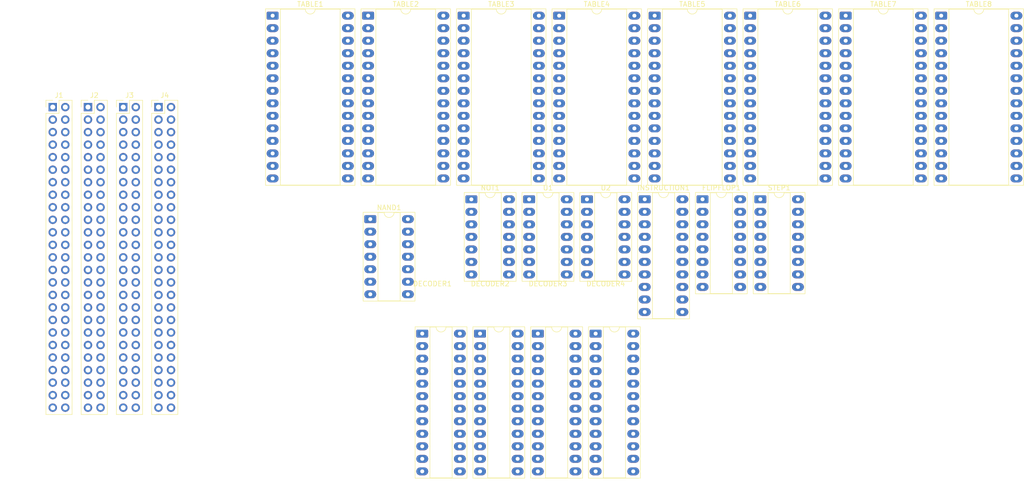
<source format=kicad_pcb>
(kicad_pcb (version 20241229) (generator "pcbnew") (generator_version "9.0")
  (layers (0 "F.Cu" signal) (2 "B.Cu" signal) (13 "F.Paste" user) (15 "B.Paste" user) (5 "F.SilkS" user "F.Silkscreen") (7 "B.SilkS" user "B.Silkscreen") (1 "F.Mask" user) (3 "B.Mask" user) (25 "Edge.Cuts" user))
  (net 0 "")
  (net 1 "Net-(FLIPFLOP1A-Q)")
  (net 3 "/~{IntDisable}")
  (net 5 "VCC")
  (net 8 "/Clk")
  (net 10 "GND")
  (net 13 "/IntEnable")
  (net 14 "/~{Reset}")
  (net 16 "Net-(FLIPFLOP1A-~{R})")
  (net 17 "/BUS2")
  (net 18 "/BUS0")
  (net 19 "/STATE7")
  (net 20 "/STATE3")
  (net 21 "/STATE5")
  (net 22 "/BUS4")
  (net 23 "/STATE2")
  (net 24 "/BUS1")
  (net 25 "/STATE0")
  (net 26 "/BUS7")
  (net 27 "/BUS5")
  (net 28 "/BUS6")
  (net 29 "/STATE1")
  (net 30 "/BUS3")
  (net 31 "/STATE4")
  (net 32 "/STATE6")
  (net 33 "Net-(NAND1-Pad10)")
  (net 34 "/Pulse")
  (net 35 "Net-(STEP1-CEP)")
  (net 36 "/~{Halt}")
  (net 37 "Net-(NAND1-Pad12)")
  (net 38 "Net-(NAND1-Pad4)")
  (net 39 "/IRQ")
  (net 40 "/STATE16")
  (net 41 "/Wait")
  (net 42 "/~{Clk}")
  (net 43 "Net-(NOT1-Pad11)")
  (net 44 "/STATE15")
  (net 45 "/Reset")
  (net 46 "/~{TemporaryHighReader}")
  (net 47 "/~{AccumReader}")
  (net 48 "Net-(DECODER2-E1)")
  (net 49 "/~{AccumWriter}")
  (net 50 "/~{TemporaryHighWriter}")
  (net 51 "Net-(DECODER4-E1)")
  (net 52 "/~{ALUWriter}")
  (net 53 "/Halt")
  (net 54 "Net-(DECODER1-E1)")
  (net 55 "/ALUS0")
  (net 56 "/AddrInc")
  (net 57 "Net-(DECODER3-E1)")
  (net 58 "/STATE11")
  (net 60 "/STATE12")
  (net 61 "/STATE14")
  (net 62 "/~{SCClear}")
  (net 63 "/STATE13")
  (net 64 "/~{ALUCarryIn}")
  (net 65 "/STATE8")
  (net 66 "/AccumShiftLeft")
  (net 67 "/~{PCHighReader}")
  (net 68 "Net-(DECODER1-A3)")
  (net 69 "Net-(DECODER1-A2)")
  (net 70 "Net-(DECODER1-A0)")
  (net 71 "Net-(DECODER1-A1)")
  (net 72 "/STATE9")
  (net 73 "/STATE10")
  (net 74 "Net-(DECODER3-A1)")
  (net 75 "Net-(DECODER3-A0)")
  (net 76 "Net-(DECODER3-A3)")
  (net 77 "/~{MemoryReader}")
  (net 78 "Net-(DECODER3-A2)")
  (net 79 "/AccumShiftRight")
  (net 80 "/~{ALUCarryOut}")
  (net 81 "/~{YHReader}")
  (net 82 "/~{YLReader}")
  (net 83 "/ALUM")
  (net 84 "/AddrDec")
  (net 85 "/ALUSignOut")
  (net 86 "/ALUS2")
  (net 88 "/~{SPLowReader}")
  (net 92 "/~{FlagsReader}")
  (net 93 "/~{TemporaryLowReader}")
  (net 94 "/~{XHReader}")
  (net 95 "/~{InstructionReader}")
  (net 96 "/~{SPHighReader}")
  (net 97 "/~{ZHReader}")
  (net 98 "/~{ZLReader}")
  (net 99 "/~{PCLowReader}")
  (net 100 "/~{AddressHighReader}")
  (net 101 "/~{AddressLowReader}")
  (net 102 "/ALUS1")
  (net 103 "/~{YHWriter}")
  (net 104 "/ALUS3")
  (net 106 "/~{ZLWriter}")
  (net 107 "/~{SPLowWriter}")
  (net 108 "/~{ZHWriter}")
  (net 110 "/~{MemoryWriter}")
  (net 112 "/~{PCLowWriter}")
  (net 125 "/~{YLWriter}")
  (net 126 "/~{SPHighWriter}")
  (net 127 "/~{XHWriter}")
  (net 128 "/~{ConstantWriter}")
  (net 130 "/~{TemporaryLowWriter}")
  (net 131 "/~{FlagsWriter}")
  (net 132 "/~{PCHighWriter}")
  (net 133 "/~{IntAck}")
  (net 134 "/AddrLowIn")
  (net 135 "Net-(INSTRUCTION1-Cp)")
  (net 136 "/~{FlagsUpdate}")
  (net 137 "/ALUZeroOut")
  (net 138 "/PCIncrement")
  (net 139 "/SPDecrement")
  (net 140 "/SPIncrement")
  (net 146 "/AddrDecrement")
  (net 151 "/MemRead")
  (net 170 "/AddrIncrement")
  (net 185 "/AddrHighIn")
  (net 188 "/IntAck")
  (net 190 "/MemWrite")
  (net 191 "/IntReq")
  (net 193 "/PCLowReader")
  (net 195 "/SPHighReader")
  (net 196 "/SPLowReader")
  (net 199 "/PCHighReader")
  (footprint "Package_DIP:DIP-24_W7.62mm_Socket_LongPads" (layer "F.Cu") (at 135.85 88.6)
    (property "Reference" "DECODER4")
    (property "Value" "74LS154")
  )
  (footprint "Package_DIP:DIP-14_W7.62mm_Socket_LongPads" (layer "F.Cu") (at 110.67 61.37)
    (property "Reference" "NOT1")
    (property "Value" "74LS04")
  )
  (footprint "Package_DIP:DIP-28_W15.24mm_Socket_LongPads" (layer "F.Cu") (at 186.51 24.12)
    (property "Reference" "TABLE7")
    (property "Value" "28C256")
  )
  (footprint "Package_DIP:DIP-28_W15.24mm_Socket_LongPads" (layer "F.Cu") (at 109.11 24.12)
    (property "Reference" "TABLE3")
    (property "Value" "28C256")
  )
  (footprint "Connector_PinHeader_2.54mm:PinHeader_2x25_P2.54mm_Vertical" (layer "F.Cu") (at 40.14 42.66)
    (property "Reference" "J3")
    (property "Value" "Conn_02x25_Counter_Clockwise")
  )
  (footprint "Package_DIP:DIP-14_W7.62mm_Socket_LongPads" (layer "F.Cu") (at 122.38 61.37)
    (property "Reference" "U1")
    (property "Value" "74LS02")
  )
  (footprint "Connector_PinHeader_2.54mm:PinHeader_2x25_P2.54mm_Vertical" (layer "F.Cu") (at 47.28 42.66)
    (property "Reference" "J4")
    (property "Value" "Conn_02x25_Counter_Clockwise")
  )
  (footprint "Package_DIP:DIP-28_W15.24mm_Socket_LongPads" (layer "F.Cu") (at 70.41 24.12)
    (property "Reference" "TABLE1")
    (property "Value" "28C256")
  )
  (footprint "Package_DIP:DIP-16_W7.62mm_Socket_LongPads" (layer "F.Cu") (at 157.51 61.36)
    (property "Reference" "FLIPFLOP1")
    (property "Value" "74LS109")
  )
  (footprint "Package_DIP:DIP-14_W7.62mm_Socket_LongPads" (layer "F.Cu") (at 90.19 65.385)
    (property "Reference" "NAND1")
    (property "Value" "74LS00")
  )
  (footprint "Package_DIP:DIP-14_W7.62mm_Socket_LongPads" (layer "F.Cu") (at 134.09 61.37)
    (property "Reference" "U2")
    (property "Value" "74LS04")
  )
  (footprint "Package_DIP:DIP-28_W15.24mm_Socket_LongPads" (layer "F.Cu") (at 167.16 24.12)
    (property "Reference" "TABLE6")
    (property "Value" "28C256")
  )
  (footprint "Package_DIP:DIP-24_W7.62mm_Socket_LongPads" (layer "F.Cu") (at 124.14 88.6)
    (property "Reference" "DECODER3")
    (property "Value" "74LS154")
  )
  (footprint "Package_DIP:DIP-28_W15.24mm_Socket_LongPads" (layer "F.Cu") (at 205.86 24.12)
    (property "Reference" "TABLE8")
    (property "Value" "28C256")
  )
  (footprint "Connector_PinHeader_2.54mm:PinHeader_2x25_P2.54mm_Vertical" (layer "F.Cu") (at 33 42.66)
    (property "Reference" "J2")
    (property "Value" "Conn_02x25_Counter_Clockwise")
  )
  (footprint "Package_DIP:DIP-28_W15.24mm_Socket_LongPads" (layer "F.Cu") (at 128.46 24.12)
    (property "Reference" "TABLE4")
    (property "Value" "28C256")
  )
  (footprint "Package_DIP:DIP-16_W7.62mm_Socket_LongPads" (layer "F.Cu") (at 169.22 61.36)
    (property "Reference" "STEP1")
    (property "Value" "74LS161")
  )
  (footprint "Package_DIP:DIP-28_W15.24mm_Socket_LongPads" (layer "F.Cu") (at 147.81 24.12)
    (property "Reference" "TABLE5")
    (property "Value" "28C256")
  )
  (footprint "Package_DIP:DIP-20_W7.62mm_Socket_LongPads" (layer "F.Cu") (at 145.8 61.36)
    (property "Reference" "INSTRUCTION1")
    (property "Value" "74LS273")
  )
  (footprint "Package_DIP:DIP-24_W7.62mm_Socket_LongPads" (layer "F.Cu") (at 100.72 88.6)
    (property "Reference" "DECODER1")
    (property "Value" "74LS154")
  )
  (footprint "Connector_PinHeader_2.54mm:PinHeader_2x25_P2.54mm_Vertical" (layer "F.Cu") (at 25.86 42.66)
    (property "Reference" "J1")
    (property "Value" "Conn_02x25_Counter_Clockwise")
  )
  (footprint "Package_DIP:DIP-24_W7.62mm_Socket_LongPads" (layer "F.Cu") (at 112.43 88.6)
    (property "Reference" "DECODER2")
    (property "Value" "74LS154")
  )
  (footprint "Package_DIP:DIP-28_W15.24mm_Socket_LongPads" (layer "F.Cu") (at 89.76 24.12)
    (property "Reference" "TABLE2")
    (property "Value" "28C256")
  )
)
</source>
